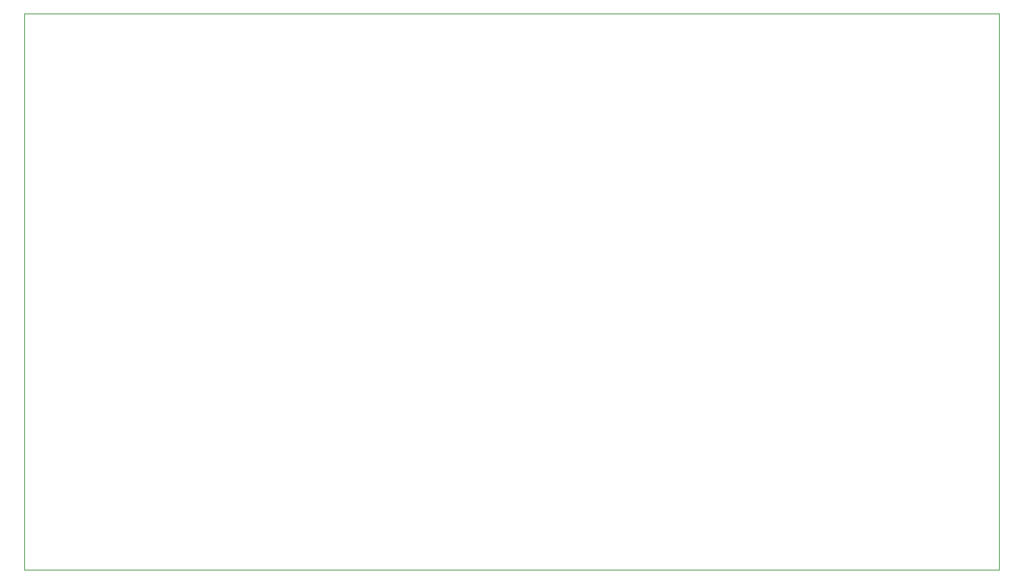
<source format=gm1>
%TF.GenerationSoftware,KiCad,Pcbnew,(5.1.6)-1*%
%TF.CreationDate,2020-08-15T21:43:02-04:00*%
%TF.ProjectId,chords,63686f72-6473-42e6-9b69-6361645f7063,rev?*%
%TF.SameCoordinates,Original*%
%TF.FileFunction,Profile,NP*%
%FSLAX46Y46*%
G04 Gerber Fmt 4.6, Leading zero omitted, Abs format (unit mm)*
G04 Created by KiCad (PCBNEW (5.1.6)-1) date 2020-08-15 21:43:02*
%MOMM*%
%LPD*%
G01*
G04 APERTURE LIST*
%TA.AperFunction,Profile*%
%ADD10C,0.050000*%
%TD*%
G04 APERTURE END LIST*
D10*
X181610000Y-105410000D02*
X181610000Y-39370000D01*
X66040000Y-39370000D02*
X66040000Y-105410000D01*
X181610000Y-39370000D02*
X66040000Y-39370000D01*
X66040000Y-105410000D02*
X181610000Y-105410000D01*
M02*

</source>
